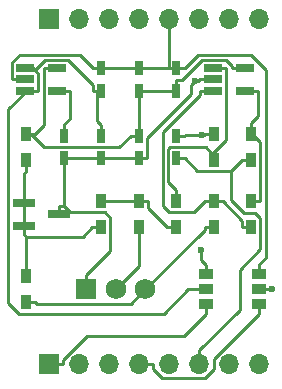
<source format=gtl>
G04 #@! TF.FileFunction,Copper,L1,Top,Signal*
%FSLAX46Y46*%
G04 Gerber Fmt 4.6, Leading zero omitted, Abs format (unit mm)*
G04 Created by KiCad (PCBNEW 4.0.7-e2-6376~58~ubuntu17.04.1) date Thu Oct  5 12:14:12 2017*
%MOMM*%
%LPD*%
G01*
G04 APERTURE LIST*
%ADD10C,0.100000*%
%ADD11R,0.750000X1.200000*%
%ADD12R,1.750000X1.750000*%
%ADD13C,1.750000*%
%ADD14R,1.700000X1.700000*%
%ADD15O,1.700000X1.700000*%
%ADD16R,1.270000X0.970000*%
%ADD17R,0.900000X1.200000*%
%ADD18R,1.900000X0.800000*%
%ADD19R,1.560000X0.650000*%
%ADD20C,0.600000*%
%ADD21C,0.250000*%
G04 APERTURE END LIST*
D10*
D11*
X151765000Y-101920000D03*
X151765000Y-103820000D03*
X154940000Y-101920000D03*
X154940000Y-103820000D03*
X148590000Y-98105000D03*
X148590000Y-96205000D03*
X148590000Y-101920000D03*
X148590000Y-103820000D03*
X145415000Y-101920000D03*
X145415000Y-103820000D03*
X154940000Y-98105000D03*
X154940000Y-96205000D03*
X151765000Y-98105000D03*
X151765000Y-96205000D03*
D12*
X147320000Y-114935000D03*
D13*
X149820000Y-114935000D03*
X152320000Y-114935000D03*
D14*
X144145000Y-121285000D03*
D15*
X146685000Y-121285000D03*
X149225000Y-121285000D03*
X151765000Y-121285000D03*
X154305000Y-121285000D03*
X156845000Y-121285000D03*
X159385000Y-121285000D03*
X161925000Y-121285000D03*
D14*
X144145000Y-92075000D03*
D15*
X146685000Y-92075000D03*
X149225000Y-92075000D03*
X151765000Y-92075000D03*
X154305000Y-92075000D03*
X156845000Y-92075000D03*
X159385000Y-92075000D03*
X161925000Y-92075000D03*
D16*
X161925000Y-113665000D03*
X161925000Y-114935000D03*
X161925000Y-116205000D03*
X157480000Y-113665000D03*
X157480000Y-114935000D03*
X157480000Y-116205000D03*
D17*
X142240000Y-113835000D03*
X142240000Y-116035000D03*
X148590000Y-109685000D03*
X148590000Y-107485000D03*
X151765000Y-107485000D03*
X151765000Y-109685000D03*
X154940000Y-107485000D03*
X154940000Y-109685000D03*
X158115000Y-109685000D03*
X158115000Y-107485000D03*
X161290000Y-107485000D03*
X161290000Y-109685000D03*
X158115000Y-103970000D03*
X158115000Y-101770000D03*
X142240000Y-101770000D03*
X142240000Y-103970000D03*
X161290000Y-103970000D03*
X161290000Y-101770000D03*
D18*
X142010000Y-107635000D03*
X142010000Y-109535000D03*
X145010000Y-108585000D03*
D19*
X158035000Y-96205000D03*
X158035000Y-97155000D03*
X158035000Y-98105000D03*
X160735000Y-98105000D03*
X160735000Y-96205000D03*
X142160000Y-96205000D03*
X142160000Y-97155000D03*
X142160000Y-98105000D03*
X144860000Y-98105000D03*
X144860000Y-96205000D03*
D20*
X156539200Y-97267700D03*
X163067100Y-114876200D03*
X157150100Y-101850500D03*
X157038000Y-111575300D03*
D21*
X143754700Y-101030600D02*
X143015300Y-101770000D01*
X143754700Y-96205000D02*
X143754700Y-101030600D01*
X144860000Y-96205000D02*
X144621800Y-96205000D01*
X144621800Y-96205000D02*
X143754700Y-96205000D01*
X151765000Y-101920000D02*
X151765000Y-100994700D01*
X142240000Y-101770000D02*
X142627700Y-101770000D01*
X142627700Y-101770000D02*
X143015300Y-101770000D01*
X150114700Y-102870000D02*
X151064700Y-101920000D01*
X143727700Y-102870000D02*
X150114700Y-102870000D01*
X142627700Y-101770000D02*
X143727700Y-102870000D01*
X151765000Y-101920000D02*
X151064700Y-101920000D01*
X151765000Y-98105000D02*
X151765000Y-100994700D01*
X154940000Y-98105000D02*
X154239700Y-98105000D01*
X151765000Y-98105000D02*
X154239700Y-98105000D01*
X155449400Y-97179700D02*
X154940000Y-97179700D01*
X157074400Y-95554700D02*
X155449400Y-97179700D01*
X159142100Y-95554700D02*
X157074400Y-95554700D01*
X159629700Y-96042300D02*
X159142100Y-95554700D01*
X159629700Y-96205000D02*
X159629700Y-96042300D01*
X160735000Y-96205000D02*
X159629700Y-96205000D01*
X154940000Y-98105000D02*
X154940000Y-97179700D01*
X148590000Y-103820000D02*
X147889700Y-103820000D01*
X148590000Y-96205000D02*
X149290300Y-96205000D01*
X145415000Y-103820000D02*
X146115300Y-103820000D01*
X147889700Y-103820000D02*
X146115300Y-103820000D01*
X145415000Y-103820000D02*
X145415000Y-104745300D01*
X145010000Y-108585000D02*
X145010000Y-107859700D01*
X148590000Y-103820000D02*
X149290300Y-103820000D01*
X147320000Y-114935000D02*
X147320000Y-113734700D01*
X145406500Y-107859700D02*
X145415000Y-107851200D01*
X145010000Y-107859700D02*
X145406500Y-107859700D01*
X145415000Y-107851200D02*
X145415000Y-104745300D01*
X149290300Y-103820000D02*
X151765000Y-103820000D01*
X158035000Y-97155000D02*
X156929700Y-97155000D01*
X151765000Y-103820000D02*
X152465300Y-103820000D01*
X156148700Y-97658200D02*
X156539200Y-97267700D01*
X156148700Y-98408400D02*
X156148700Y-97658200D01*
X152465300Y-102091800D02*
X156148700Y-98408400D01*
X152465300Y-103820000D02*
X152465300Y-102091800D01*
X156817000Y-97267700D02*
X156929700Y-97155000D01*
X156539200Y-97267700D02*
X156817000Y-97267700D01*
X146751400Y-95066700D02*
X147889700Y-96205000D01*
X141682400Y-95066700D02*
X146751400Y-95066700D01*
X141054700Y-95694400D02*
X141682400Y-95066700D01*
X141054700Y-97155000D02*
X141054700Y-95694400D01*
X142160000Y-97155000D02*
X141054700Y-97155000D01*
X148590000Y-96205000D02*
X147889700Y-96205000D01*
X149290300Y-96205000D02*
X151765000Y-96205000D01*
X154305000Y-92075000D02*
X154305000Y-93250300D01*
X154305000Y-96205000D02*
X154305000Y-93250300D01*
X151765000Y-96205000D02*
X154305000Y-96205000D01*
X149365400Y-111689300D02*
X147320000Y-113734700D01*
X149365400Y-108903900D02*
X149365400Y-111689300D01*
X148871900Y-108410400D02*
X149365400Y-108903900D01*
X145974200Y-108410400D02*
X148871900Y-108410400D01*
X145415000Y-107851200D02*
X145974200Y-108410400D01*
X161925000Y-113665000D02*
X161925000Y-112854700D01*
X154305000Y-96205000D02*
X154940000Y-96205000D01*
X162551800Y-112227900D02*
X161925000Y-112854700D01*
X162551800Y-96396700D02*
X162551800Y-112227900D01*
X161246200Y-95091100D02*
X162551800Y-96396700D01*
X156754200Y-95091100D02*
X161246200Y-95091100D01*
X155640300Y-96205000D02*
X156754200Y-95091100D01*
X154940000Y-96205000D02*
X155640300Y-96205000D01*
X161925000Y-114935000D02*
X162885300Y-114935000D01*
X162944100Y-114876200D02*
X162885300Y-114935000D01*
X163067100Y-114876200D02*
X162944100Y-114876200D01*
X158115000Y-101770000D02*
X157339700Y-101770000D01*
X157259200Y-101850500D02*
X157150100Y-101850500D01*
X157339700Y-101770000D02*
X157259200Y-101850500D01*
X155709800Y-101850500D02*
X155640300Y-101920000D01*
X157150100Y-101850500D02*
X155709800Y-101850500D01*
X154940000Y-101920000D02*
X155640300Y-101920000D01*
X161290000Y-103970000D02*
X160514700Y-103970000D01*
X154940000Y-103820000D02*
X155640300Y-103820000D01*
X159589300Y-107407200D02*
X159589300Y-104895400D01*
X160654500Y-108472400D02*
X159589300Y-107407200D01*
X161634300Y-108472400D02*
X160654500Y-108472400D01*
X162065400Y-108903500D02*
X161634300Y-108472400D01*
X162065400Y-111503200D02*
X162065400Y-108903500D01*
X160297200Y-113271400D02*
X162065400Y-111503200D01*
X160297200Y-116657500D02*
X160297200Y-113271400D01*
X156845000Y-120109700D02*
X160297200Y-116657500D01*
X160514700Y-103970000D02*
X159589300Y-104895400D01*
X156715700Y-104895400D02*
X155640300Y-103820000D01*
X159589300Y-104895400D02*
X156715700Y-104895400D01*
X156845000Y-121285000D02*
X156845000Y-120109700D01*
X142160000Y-96205000D02*
X142712700Y-96205000D01*
X147889700Y-97667300D02*
X147889700Y-98105000D01*
X145739800Y-95517400D02*
X147889700Y-97667300D01*
X143781400Y-95517400D02*
X145739800Y-95517400D01*
X142934500Y-96364300D02*
X143781400Y-95517400D01*
X143265300Y-96695200D02*
X142934500Y-96364300D01*
X143265300Y-98105000D02*
X143265300Y-96695200D01*
X142775100Y-96205000D02*
X142712700Y-96205000D01*
X142934500Y-96364300D02*
X142775100Y-96205000D01*
X148590000Y-98105000D02*
X148239900Y-98105000D01*
X148239900Y-98105000D02*
X147889700Y-98105000D01*
X148239900Y-100644600D02*
X148590000Y-100994700D01*
X148239900Y-98105000D02*
X148239900Y-100644600D01*
X148590000Y-101920000D02*
X148590000Y-100994700D01*
X142160000Y-98105000D02*
X142298200Y-98105000D01*
X142298200Y-98105000D02*
X143265300Y-98105000D01*
X155968800Y-114935000D02*
X157480000Y-114935000D01*
X153924100Y-116979700D02*
X155968800Y-114935000D01*
X141609100Y-116979700D02*
X153924100Y-116979700D01*
X140707700Y-116078300D02*
X141609100Y-116979700D01*
X140707700Y-99695500D02*
X140707700Y-116078300D01*
X142298200Y-98105000D02*
X140707700Y-99695500D01*
X145965300Y-100444400D02*
X145415000Y-100994700D01*
X145965300Y-98105000D02*
X145965300Y-100444400D01*
X144860000Y-98105000D02*
X145965300Y-98105000D01*
X145415000Y-101920000D02*
X145415000Y-100994700D01*
X151765000Y-112990000D02*
X149820000Y-114935000D01*
X151765000Y-109685000D02*
X151765000Y-112990000D01*
X142240000Y-116035000D02*
X143015300Y-116035000D01*
X143115700Y-116135400D02*
X143015300Y-116035000D01*
X151119600Y-116135400D02*
X143115700Y-116135400D01*
X152320000Y-114935000D02*
X151119600Y-116135400D01*
X157339700Y-109915300D02*
X152320000Y-114935000D01*
X157339700Y-109685000D02*
X157339700Y-109915300D01*
X158115000Y-109685000D02*
X157339700Y-109685000D01*
X145320300Y-120917700D02*
X145320300Y-121285000D01*
X147370500Y-118867500D02*
X145320300Y-120917700D01*
X155627800Y-118867500D02*
X147370500Y-118867500D01*
X157480000Y-117015300D02*
X155627800Y-118867500D01*
X157480000Y-116205000D02*
X157480000Y-117015300D01*
X144145000Y-121285000D02*
X145320300Y-121285000D01*
X152940300Y-121652400D02*
X152940300Y-121285000D01*
X153748200Y-122460300D02*
X152940300Y-121652400D01*
X157360400Y-122460300D02*
X153748200Y-122460300D01*
X158115000Y-121705700D02*
X157360400Y-122460300D01*
X158115000Y-120825300D02*
X158115000Y-121705700D01*
X161925000Y-117015300D02*
X158115000Y-120825300D01*
X161925000Y-116205000D02*
X161925000Y-117015300D01*
X151765000Y-121285000D02*
X152940300Y-121285000D01*
X157038000Y-112412700D02*
X157038000Y-111575300D01*
X157480000Y-112854700D02*
X157038000Y-112412700D01*
X157480000Y-113665000D02*
X157480000Y-112854700D01*
X142010000Y-109535000D02*
X142010000Y-110260300D01*
X148590000Y-109685000D02*
X147814700Y-109685000D01*
X147009400Y-110490300D02*
X147814700Y-109685000D01*
X142240000Y-110490300D02*
X147009400Y-110490300D01*
X142010000Y-110260300D02*
X142240000Y-110490300D01*
X142240000Y-110490300D02*
X142240000Y-113835000D01*
X142010000Y-109535000D02*
X142010000Y-107635000D01*
X142010000Y-105125300D02*
X142240000Y-104895300D01*
X142010000Y-107635000D02*
X142010000Y-105125300D01*
X142240000Y-103970000D02*
X142240000Y-104895300D01*
X148590000Y-107485000D02*
X151765000Y-107485000D01*
X152540300Y-108060600D02*
X154164700Y-109685000D01*
X152540300Y-107485000D02*
X152540300Y-108060600D01*
X154940000Y-109685000D02*
X154164700Y-109685000D01*
X151765000Y-107485000D02*
X152540300Y-107485000D01*
X154940000Y-107485000D02*
X154940000Y-106559700D01*
X158035000Y-96205000D02*
X159140300Y-96205000D01*
X159140300Y-102257000D02*
X157965000Y-103432300D01*
X159140300Y-96205000D02*
X159140300Y-102257000D01*
X158115000Y-103582300D02*
X157965000Y-103432300D01*
X158115000Y-103970000D02*
X158115000Y-103582300D01*
X154239600Y-105859300D02*
X154940000Y-106559700D01*
X154239600Y-103070500D02*
X154239600Y-105859300D01*
X154415500Y-102894600D02*
X154239600Y-103070500D01*
X157427300Y-102894600D02*
X154415500Y-102894600D01*
X157965000Y-103432300D02*
X157427300Y-102894600D01*
X160514700Y-109109400D02*
X158890300Y-107485000D01*
X160514700Y-109685000D02*
X160514700Y-109109400D01*
X161290000Y-109685000D02*
X160514700Y-109685000D01*
X158115000Y-107485000D02*
X158890300Y-107485000D01*
X156414300Y-108410400D02*
X157339700Y-107485000D01*
X154317100Y-108410400D02*
X156414300Y-108410400D01*
X153784000Y-107877300D02*
X154317100Y-108410400D01*
X153784000Y-101631700D02*
X153784000Y-107877300D01*
X156929700Y-98486000D02*
X153784000Y-101631700D01*
X156929700Y-98105000D02*
X156929700Y-98486000D01*
X158035000Y-98105000D02*
X156929700Y-98105000D01*
X158115000Y-107485000D02*
X157339700Y-107485000D01*
X161840300Y-100294400D02*
X161290000Y-100844700D01*
X161840300Y-98105000D02*
X161840300Y-100294400D01*
X160735000Y-98105000D02*
X161840300Y-98105000D01*
X161290000Y-101307300D02*
X161290000Y-101688000D01*
X161290000Y-101770000D02*
X161290000Y-101688000D01*
X161290000Y-101307300D02*
X161290000Y-100844700D01*
X162065300Y-102463300D02*
X162065300Y-107485000D01*
X161290000Y-101688000D02*
X162065300Y-102463300D01*
X161290000Y-107485000D02*
X162065300Y-107485000D01*
M02*

</source>
